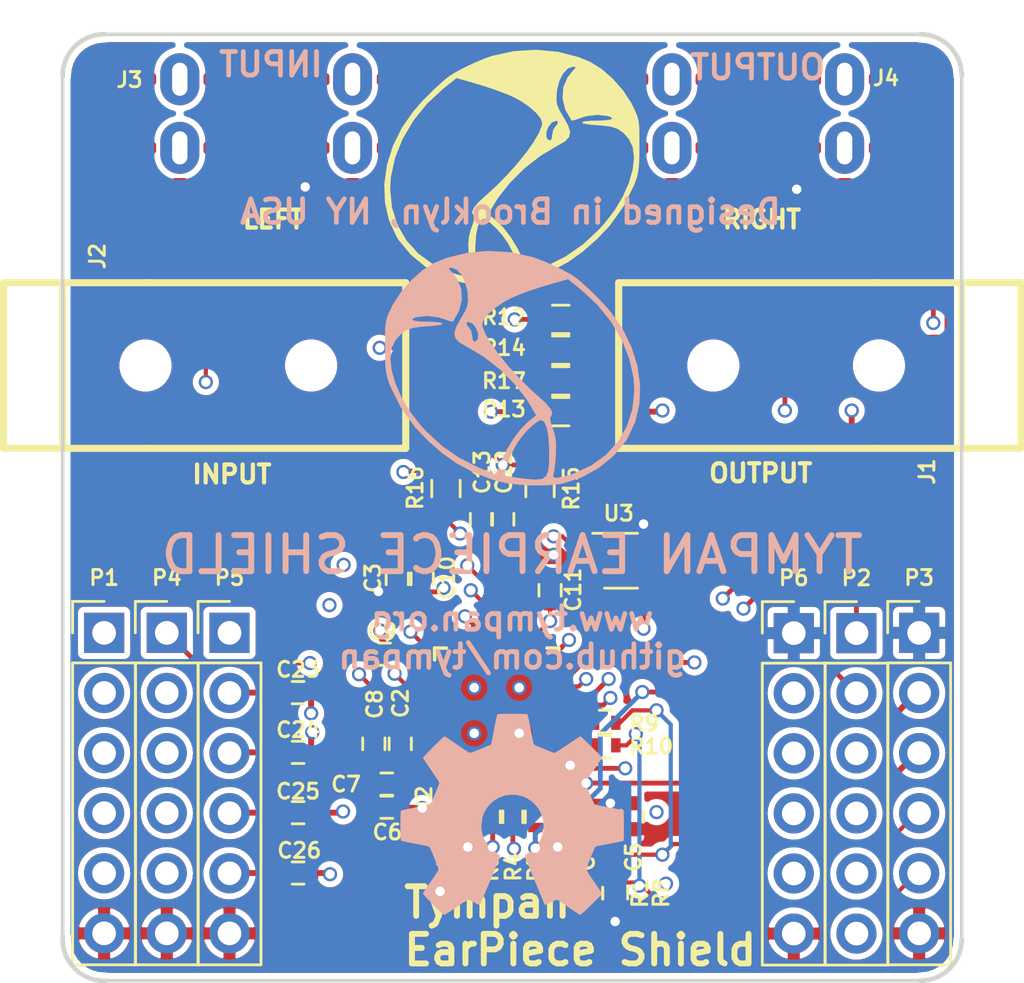
<source format=kicad_pcb>
(kicad_pcb (version 20171130) (host pcbnew "(5.1.4-0-10_14)")
  (title_block (title "Tympan Rev D") (date 3/19/18) (company "Solutiosn Design & Prototyping, LLC"))
  (layers (0 F.Cu signal) (1 In1.Cu power hide) (2 In2.Cu mixed hide) (31 B.Cu signal hide) (34 B.Paste user) (35 F.Paste user) (36 B.SilkS user hide) (37 F.SilkS user) (38 B.Mask user) (39 F.Mask user) (44 Edge.Cuts user))
  (net 0 "")
  (net 1 GND)
  (net 2 +3V3)
  (net 3 "Net-(C2-Pad1)")
  (net 4 "Net-(C2-Pad2)")
  (net 5 +1V8)
  (net 6 "Net-(C8-Pad1)")
  (net 7 "Net-(C11-Pad1)")
  (net 8 /MICDET)
  (net 9 /BCLK)
  (net 10 /MCLK)
  (net 11 /WCLK)
  (net 12 "Net-(R2-Pad2)")
  (net 13 "Net-(R3-Pad2)")
  (net 14 "Net-(R4-Pad2)")
  (net 15 "Net-(R5-Pad2)")
  (net 16 "Net-(R6-Pad2)")
  (net 17 "Net-(R7-Pad2)")
  (net 18 "Net-(R9-Pad2)")
  (net 19 "Net-(R10-Pad2)")
  (net 20 /MICBIAS)
  (net 21 "Net-(U2-Pad4)")
  (net 22 "Net-(C23-Pad2)")
  (net 23 "Net-(C24-Pad2)")
  (net 24 "Net-(C25-Pad2)")
  (net 25 "Net-(C26-Pad2)")
  (net 26 /SS_2)
  (net 27 /SCK_2)
  (net 28 /MISO_2)
  (net 29 /MOSI_2)
  (net 30 "Net-(C12-Pad2)")
  (net 31 "Net-(C13-Pad2)")
  (net 32 /nRESET_1)
  (net 33 /DIN_1)
  (net 34 /DOUT_1)
  (net 35 /SDA2)
  (net 36 /SCL2)
  (net 37 /M_BIAS_1)
  (net 38 /IN2_L_1)
  (net 39 /IN2_R_1)
  (net 40 /IN1_R_1)
  (net 41 /IN1_L_1)
  (net 42 /LOL_1)
  (net 43 /LOR_1)
  (net 44 /LOR)
  (net 45 /LOL)
  (net 46 /IN1_L)
  (net 47 /IN1_R)
  (net 48 /PDM_DAT)
  (net 49 /PDM_CLK)
  (net 50 /PDM_CLK1)
  (net 51 /PDM_DAT1)
  (net 52 /IN3_L)
  (net 53 /IN3_R)
  (net 54 /HPL_1)
  (net 55 /HPR_1)
  (net 56 "Net-(R12-Pad1)")
  (net 57 "Net-(R13-Pad1)")
  (net 58 "Net-(R16-Pad1)")
  (module Tympan:USB_MINI_MOLEX_51387-0578 (layer F.Cu) (at 123.45 51.28)
    (fp_text reference J3 (at -5.775 -2.875) (layer F.SilkS) (effects (font (size 0.635 0.635) (thickness 0.127))))
    (fp_text value USB_B_Mini)
    (pad 6 thru_hole oval (at -3.65 0) (size 1.65 2.2) (drill oval 0.65 1.4) (layers *.Cu *.Mask) (net 1 GND))
    (pad 5 smd rect (at -1.6 0) (size 0.5 1.6) (layers F.Cu F.Paste F.Mask) (net 1 GND))
    (pad 4 smd rect (at -0.8 0) (size 0.5 1.6) (layers F.Cu F.Paste F.Mask) (net 54 /HPL_1))
    (pad 3 smd rect (at 0 0) (size 0.5 1.6) (layers F.Cu F.Paste F.Mask) (net 50 /PDM_CLK1))
    (pad 2 smd rect (at 0.8 0) (size 0.5 1.6) (layers F.Cu F.Paste F.Mask) (net 51 /PDM_DAT1))
    (pad 1 smd rect (at 1.6 0) (size 0.5 1.6) (layers F.Cu F.Paste F.Mask) (net 2 +3V3))
    (pad 6 thru_hole oval (at 3.65 0) (size 1.65 2.2) (drill oval 0.65 1.4) (layers *.Cu *.Mask) (net 1 GND))
    (pad 6 thru_hole oval (at -3.65 -2.9) (size 1.65 2.2) (drill oval 0.65 1.4) (layers *.Cu *.Mask) (net 1 GND))
    (pad 6 thru_hole oval (at 3.65 -2.9) (size 1.65 2.2) (drill oval 0.65 1.4) (layers *.Cu *.Mask) (net 1 GND))
  )
  (module Tympan:USB_MINI_MOLEX_51387-0578 (layer F.Cu) (at 144.25 51.28)
    (fp_text reference J4 (at 5.4 -2.95) (layer F.SilkS) (effects (font (size 0.635 0.635) (thickness 0.127))))
    (fp_text value USB_B_Mini)
    (pad 6 thru_hole oval (at -3.65 0) (size 1.65 2.2) (drill oval 0.65 1.4) (layers *.Cu *.Mask) (net 1 GND))
    (pad 5 smd rect (at -1.6 0) (size 0.5 1.6) (layers F.Cu F.Paste F.Mask) (net 1 GND))
    (pad 4 smd rect (at -0.8 0) (size 0.5 1.6) (layers F.Cu F.Paste F.Mask) (net 55 /HPR_1))
    (pad 3 smd rect (at 0 0) (size 0.5 1.6) (layers F.Cu F.Paste F.Mask) (net 49 /PDM_CLK))
    (pad 2 smd rect (at 0.8 0) (size 0.5 1.6) (layers F.Cu F.Paste F.Mask) (net 48 /PDM_DAT))
    (pad 1 smd rect (at 1.6 0) (size 0.5 1.6) (layers F.Cu F.Paste F.Mask) (net 2 +3V3))
    (pad 6 thru_hole oval (at 3.65 0) (size 1.65 2.2) (drill oval 0.65 1.4) (layers *.Cu *.Mask) (net 1 GND))
    (pad 6 thru_hole oval (at -3.65 -2.9) (size 1.65 2.2) (drill oval 0.65 1.4) (layers *.Cu *.Mask) (net 1 GND))
    (pad 6 thru_hole oval (at 3.65 -2.9) (size 1.65 2.2) (drill oval 0.65 1.4) (layers *.Cu *.Mask) (net 1 GND))
  )
  (module Tympan:SJ-3523-SMT-TR (layer F.Cu) (at 149.35 60.48 180)
    (fp_text reference J1 (at -2.032 -4.4831 90) (layer F.SilkS) (effects (font (size 0.635 0.635) (thickness 0.127))))
    (fp_text value Tympan_SJ-3523-SMT-TR)
    (pad 2 smd rect (at 8.3 4.2 180) (size 2.8 2.8) (layers F.Cu F.Paste F.Mask) (net 54 /HPL_1))
    (pad 3 smd rect (at 0.9 -4.2 180) (size 2.2 2.8) (layers F.Cu F.Paste F.Mask) (net 55 /HPR_1))
    (pad "" np_thru_hole circle (at 7 0 180) (size 1.7 1.7) (drill 1.7) (layers *.Cu *.Mask))
    (pad "" np_thru_hole circle (at 0 0 180) (size 1.7 1.7) (drill 1.7) (layers *.Cu *.Mask))
    (pad 1 smd rect (at -1.1 4.2 180) (size 2.2 2.8) (layers F.Cu F.Paste F.Mask) (net 1 GND))
  )
  (module Graphics:Tympan_LOGO (layer F.Cu) (at 133.85 52.08)
    (fp_text reference G*** hide)
    (fp_text value LOGO hide)
  )
  (module Capacitors_SMD:C_0402 (layer F.Cu) (at 124.8 74.305 180)
    (fp_text reference C23 (at 0 0.975) (layer F.SilkS) (effects (font (size 0.635 0.635) (thickness 0.127))))
    (fp_text value 2.2uF)
    (pad 1 smd rect (at -0.55 0 180) (size 0.6 0.5) (layers F.Cu F.Paste F.Mask) (net 40 /IN1_R_1))
    (pad 2 smd rect (at 0.55 0 180) (size 0.6 0.5) (layers F.Cu F.Paste F.Mask) (net 22 "Net-(C23-Pad2)"))
  )
  (module Capacitors_SMD:C_0603 (layer F.Cu) (at 135.9 58.53)
    (fp_text reference R12 (at -2.4 -0.1) (layer F.SilkS) (effects (font (size 0.635 0.635) (thickness 0.127))))
    (fp_text value 0)
    (pad 1 smd rect (at -0.75 0) (size 0.8 0.75) (layers F.Cu F.Paste F.Mask) (net 56 "Net-(R12-Pad1)"))
    (pad 2 smd rect (at 0.75 0) (size 0.8 0.75) (layers F.Cu F.Paste F.Mask) (net 54 /HPL_1))
  )
  (module Capacitors_SMD:C_0603 (layer F.Cu) (at 135.9 62.43)
    (fp_text reference R13 (at -2.4 -0.1) (layer F.SilkS) (effects (font (size 0.635 0.635) (thickness 0.127))))
    (fp_text value 0)
    (pad 1 smd rect (at -0.75 0) (size 0.8 0.75) (layers F.Cu F.Paste F.Mask) (net 57 "Net-(R13-Pad1)"))
    (pad 2 smd rect (at 0.75 0) (size 0.8 0.75) (layers F.Cu F.Paste F.Mask) (net 55 /HPR_1))
  )
  (module Capacitors_SMD:C_0603 (layer F.Cu) (at 135.9 59.83 180)
    (fp_text reference R14 (at 2.4 0.1 180) (layer F.SilkS) (effects (font (size 0.635 0.635) (thickness 0.127))))
    (fp_text value DNP)
    (pad 1 smd rect (at -0.75 0 180) (size 0.8 0.75) (layers F.Cu F.Paste F.Mask) (net 54 /HPL_1))
    (pad 2 smd rect (at 0.75 0 180) (size 0.8 0.75) (layers F.Cu F.Paste F.Mask) (net 1 GND))
  )
  (module Capacitors_SMD:C_0603 (layer F.Cu) (at 135.025 65.68 90)
    (fp_text reference R15 (at 0 1.325 90) (layer F.SilkS) (effects (font (size 0.635 0.635) (thickness 0.127))))
    (fp_text value 2.2K)
    (pad 1 smd rect (at -0.75 0 90) (size 0.8 0.75) (layers F.Cu F.Paste F.Mask) (net 20 /MICBIAS))
    (pad 2 smd rect (at 0.75 0 90) (size 0.8 0.75) (layers F.Cu F.Paste F.Mask) (net 30 "Net-(C12-Pad2)"))
  )
  (module Capacitors_SMD:C_0603 (layer F.Cu) (at 131.05 65.68 90)
    (fp_text reference R16 (at 0.025 -1.3 270) (layer F.SilkS) (effects (font (size 0.635 0.635) (thickness 0.127))))
    (fp_text value 2.2K)
    (pad 1 smd rect (at -0.75 0 90) (size 0.8 0.75) (layers F.Cu F.Paste F.Mask) (net 58 "Net-(R16-Pad1)"))
    (pad 2 smd rect (at 0.75 0 90) (size 0.8 0.75) (layers F.Cu F.Paste F.Mask) (net 31 "Net-(C13-Pad2)"))
  )
  (module Capacitors_SMD:C_0603 (layer F.Cu) (at 135.9 61.13 180)
    (fp_text reference R17 (at 2.4 0 180) (layer F.SilkS) (effects (font (size 0.635 0.635) (thickness 0.127))))
    (fp_text value DNP)
    (pad 1 smd rect (at -0.75 0 180) (size 0.8 0.75) (layers F.Cu F.Paste F.Mask) (net 55 /HPR_1))
    (pad 2 smd rect (at 0.75 0 180) (size 0.8 0.75) (layers F.Cu F.Paste F.Mask) (net 1 GND))
  )
  (module Housings_DFN_QFN:UQFN-40-1EP_5x5mm_Pitch0.4mm (layer F.Cu) (at 133.1946 75.047 90)
    (fp_text reference U2 (at -3.833 -3.0696 90) (layer F.SilkS) (effects (font (size 0.635 0.635) (thickness 0.127))))
    (fp_text value TLV320AIC3206IRSBT)
    (pad 1 smd rect (at -2.5 -1.8 90) (size 0.75 0.2) (layers F.Cu F.Paste F.Mask) (net 1 GND))
    (pad 2 smd rect (at -2.5 -1.4 90) (size 0.75 0.2) (layers F.Cu F.Paste F.Mask) (net 1 GND))
    (pad 3 smd rect (at -2.5 -1 90) (size 0.75 0.2) (layers F.Cu F.Paste F.Mask) (net 12 "Net-(R2-Pad2)"))
    (pad 4 smd rect (at -2.5 -0.6 90) (size 0.75 0.2) (layers F.Cu F.Paste F.Mask) (net 21 "Net-(U2-Pad4)"))
    (pad 5 smd rect (at -2.5 -0.2 90) (size 0.75 0.2) (layers F.Cu F.Paste F.Mask) (net 17 "Net-(R7-Pad2)"))
    (pad 6 smd rect (at -2.5 0.2 90) (size 0.75 0.2) (layers F.Cu F.Paste F.Mask) (net 13 "Net-(R3-Pad2)"))
    (pad 7 smd rect (at -2.5 0.6 90) (size 0.75 0.2) (layers F.Cu F.Paste F.Mask) (net 14 "Net-(R4-Pad2)"))
    (pad 8 smd rect (at -2.5 1 90) (size 0.75 0.2) (layers F.Cu F.Paste F.Mask) (net 15 "Net-(R5-Pad2)"))
    (pad 9 smd rect (at -2.5 1.4 90) (size 0.75 0.2) (layers F.Cu F.Paste F.Mask) (net 16 "Net-(R6-Pad2)"))
    (pad 10 smd rect (at -2.5 1.8 90) (size 0.75 0.2) (layers F.Cu F.Paste F.Mask) (net 2 +3V3))
    (pad 11 smd rect (at -1.8 2.5 180) (size 0.75 0.2) (layers F.Cu F.Paste F.Mask) (net 1 GND))
    (pad 12 smd rect (at -1.4 2.5 180) (size 0.75 0.2) (layers F.Cu F.Paste F.Mask) (net 50 /PDM_CLK1))
    (pad 13 smd rect (at -1 2.5 180) (size 0.75 0.2) (layers F.Cu F.Paste F.Mask) (net 19 "Net-(R10-Pad2)"))
    (pad 14 smd rect (at -0.6 2.5 180) (size 0.75 0.2) (layers F.Cu F.Paste F.Mask) (net 18 "Net-(R9-Pad2)"))
    (pad 15 smd rect (at -0.2 2.5 180) (size 0.75 0.2) (layers F.Cu F.Paste F.Mask) (net 51 /PDM_DAT1))
    (pad 16 smd rect (at 0.2 2.5 180) (size 0.75 0.2) (layers F.Cu F.Paste F.Mask) (net 1 GND))
    (pad 17 smd rect (at 0.6 2.5 180) (size 0.75 0.2) (layers F.Cu F.Paste F.Mask) (net 41 /IN1_L_1))
    (pad 18 smd rect (at 1 2.5 180) (size 0.75 0.2) (layers F.Cu F.Paste F.Mask) (net 40 /IN1_R_1))
    (pad 19 smd rect (at 1.4 2.5 180) (size 0.75 0.2) (layers F.Cu F.Paste F.Mask) (net 38 /IN2_L_1))
    (pad 20 smd rect (at 1.8 2.5 180) (size 0.75 0.2) (layers F.Cu F.Paste F.Mask) (net 39 /IN2_R_1))
    (pad 21 smd rect (at 2.5 1.8 90) (size 0.75 0.2) (layers F.Cu F.Paste F.Mask) (net 1 GND))
    (pad 22 smd rect (at 2.5 1.4 90) (size 0.75 0.2) (layers F.Cu F.Paste F.Mask) (net 7 "Net-(C11-Pad1)"))
    (pad 23 smd rect (at 2.5 1 90) (size 0.75 0.2) (layers F.Cu F.Paste F.Mask) (net 20 /MICBIAS))
    (pad 24 smd rect (at 2.5 0.6 90) (size 0.75 0.2) (layers F.Cu F.Paste F.Mask) (net 52 /IN3_L))
    (pad 25 smd rect (at 2.5 0.2 90) (size 0.75 0.2) (layers F.Cu F.Paste F.Mask) (net 53 /IN3_R))
    (pad 26 smd rect (at 2.5 -0.2 90) (size 0.75 0.2) (layers F.Cu F.Paste F.Mask) (net 42 /LOL_1))
    (pad 27 smd rect (at 2.5 -0.6 90) (size 0.75 0.2) (layers F.Cu F.Paste F.Mask) (net 43 /LOR_1))
    (pad 28 smd rect (at 2.5 -1 90) (size 0.75 0.2) (layers F.Cu F.Paste F.Mask) (net 1 GND))
    (pad 29 smd rect (at 2.5 -1.4 90) (size 0.75 0.2) (layers F.Cu F.Paste F.Mask) (net 5 +1V8))
    (pad 30 smd rect (at 2.5 -1.8 90) (size 0.75 0.2) (layers F.Cu F.Paste F.Mask) (net 2 +3V3))
    (pad 31 smd rect (at 1.8 -2.5 180) (size 0.75 0.2) (layers F.Cu F.Paste F.Mask) (net 56 "Net-(R12-Pad1)"))
    (pad 32 smd rect (at 1.4 -2.5 180) (size 0.75 0.2) (layers F.Cu F.Paste F.Mask) (net 5 +1V8))
    (pad 33 smd rect (at 1 -2.5 180) (size 0.75 0.2) (layers F.Cu F.Paste F.Mask) (net 57 "Net-(R13-Pad1)"))
    (pad 34 smd rect (at 0.6 -2.5 180) (size 0.75 0.2) (layers F.Cu F.Paste F.Mask) (net 8 /MICDET))
    (pad 35 smd rect (at 0.2 -2.5 180) (size 0.75 0.2) (layers F.Cu F.Paste F.Mask) (net 6 "Net-(C8-Pad1)"))
    (pad 36 smd rect (at -0.2 -2.5 180) (size 0.75 0.2) (layers F.Cu F.Paste F.Mask) (net 3 "Net-(C2-Pad1)"))
    (pad 37 smd rect (at -0.6 -2.5 180) (size 0.75 0.2) (layers F.Cu F.Paste F.Mask) (net 1 GND))
    (pad 38 smd rect (at -1 -2.5 180) (size 0.75 0.2) (layers F.Cu F.Paste F.Mask) (net 4 "Net-(C2-Pad2)"))
    (pad 39 smd rect (at -1.4 -2.5 180) (size 0.75 0.2) (layers F.Cu F.Paste F.Mask) (net 5 +1V8))
    (pad 40 smd rect (at -1.8 -2.5 180) (size 0.75 0.2) (layers F.Cu F.Paste F.Mask) (net 5 +1V8))
    (pad 41 smd rect (at 0.95 0.95 90) (size 1.9 1.9) (layers F.Cu F.Paste F.Mask) (net 1 GND))
    (pad 41 smd rect (at 0.95 -0.95 90) (size 1.9 1.9) (layers F.Cu F.Paste F.Mask) (net 1 GND))
    (pad 41 smd rect (at -0.95 0.95 90) (size 1.9 1.9) (layers F.Cu F.Paste F.Mask) (net 1 GND))
    (pad 41 smd rect (at -0.95 -0.95 90) (size 1.9 1.9) (layers F.Cu F.Paste F.Mask) (net 1 GND))
  )
  (module Tympan:SJ-3524-SMT-TR (layer F.Cu) (at 118.35 60.48)
    (fp_text reference J2 (at -2.032 -4.6228 -270) (layer F.SilkS) (effects (font (size 0.635 0.635) (thickness 0.127))))
    (fp_text value Tympan_SJ-3524-SMT-TR-PI)
    (pad 4 smd rect (at 12.2 -0.75) (size 2.8 2.8) (layers F.Cu F.Paste F.Mask) (net 8 /MICDET))
    (pad 2 smd rect (at 8.3 4.2) (size 2.8 2.8) (layers F.Cu F.Paste F.Mask) (net 30 "Net-(C12-Pad2)"))
    (pad 3 smd rect (at 0.9 -4.2) (size 2.2 2.8) (layers F.Cu F.Paste F.Mask) (net 31 "Net-(C13-Pad2)"))
    (pad "" np_thru_hole circle (at 7 0) (size 1.7 1.7) (drill 1.7) (layers *.Cu *.Mask))
    (pad "" np_thru_hole circle (at 0 0) (size 1.7 1.7) (drill 1.7) (layers *.Cu *.Mask))
    (pad 1 smd rect (at -1.1 4.2) (size 2.2 2.8) (layers F.Cu F.Paste F.Mask) (net 1 GND))
  )
  (module Capacitors_SMD:C_0402 (layer F.Cu) (at 129.1179 76.4694 270)
    (fp_text reference C2 (at -1.7145 -0.0127 270) (layer F.SilkS) (effects (font (size 0.635 0.635) (thickness 0.127))))
    (fp_text value 2.2uF)
    (pad 1 smd rect (at -0.55 0 270) (size 0.6 0.5) (layers F.Cu F.Paste F.Mask) (net 3 "Net-(C2-Pad1)"))
    (pad 2 smd rect (at 0.55 0 270) (size 0.6 0.5) (layers F.Cu F.Paste F.Mask) (net 4 "Net-(C2-Pad2)"))
  )
  (module Capacitors_SMD:C_0402 (layer F.Cu) (at 128.9909 69.4971 270)
    (fp_text reference C3 (at -0.0381 1.0287 270) (layer F.SilkS) (effects (font (size 0.635 0.635) (thickness 0.127))))
    (fp_text value 0.1uF)
    (pad 1 smd rect (at -0.55 0 270) (size 0.6 0.5) (layers F.Cu F.Paste F.Mask) (net 1 GND))
    (pad 2 smd rect (at 0.55 0 270) (size 0.6 0.5) (layers F.Cu F.Paste F.Mask) (net 2 +3V3))
  )
  (module Capacitors_SMD:C_0402 (layer F.Cu) (at 137 79.53 90)
    (fp_text reference C4 (at -1.7 0 90) (layer F.SilkS) (effects (font (size 0.635 0.635) (thickness 0.127))))
    (fp_text value 10uF)
    (pad 1 smd rect (at -0.55 0 90) (size 0.6 0.5) (layers F.Cu F.Paste F.Mask) (net 1 GND))
    (pad 2 smd rect (at 0.55 0 90) (size 0.6 0.5) (layers F.Cu F.Paste F.Mask) (net 2 +3V3))
  )
  (module Capacitors_SMD:C_0402 (layer F.Cu) (at 138.925 79.53 90)
    (fp_text reference C5 (at -1.725 0.05 90) (layer F.SilkS) (effects (font (size 0.635 0.635) (thickness 0.127))))
    (fp_text value 0.1uF)
    (pad 1 smd rect (at -0.55 0 90) (size 0.6 0.5) (layers F.Cu F.Paste F.Mask) (net 1 GND))
    (pad 2 smd rect (at 0.55 0 90) (size 0.6 0.5) (layers F.Cu F.Paste F.Mask) (net 2 +3V3))
  )
  (module Capacitors_SMD:C_0402 (layer F.Cu) (at 128.5464 79.1491 180)
    (fp_text reference C6 (at -0.0286 -1.0559 180) (layer F.SilkS) (effects (font (size 0.635 0.635) (thickness 0.127))))
    (fp_text value 10uF)
    (pad 1 smd rect (at -0.55 0 180) (size 0.6 0.5) (layers F.Cu F.Paste F.Mask) (net 5 +1V8))
    (pad 2 smd rect (at 0.55 0 180) (size 0.6 0.5) (layers F.Cu F.Paste F.Mask) (net 1 GND))
  )
  (module Capacitors_SMD:C_0402 (layer F.Cu) (at 128.5464 78.1712 180)
    (fp_text reference C7 (at 1.7214 -0.0088 180) (layer F.SilkS) (effects (font (size 0.635 0.635) (thickness 0.127))))
    (fp_text value 0.1uF)
    (pad 1 smd rect (at -0.55 0 180) (size 0.6 0.5) (layers F.Cu F.Paste F.Mask) (net 5 +1V8))
    (pad 2 smd rect (at 0.55 0 180) (size 0.6 0.5) (layers F.Cu F.Paste F.Mask) (net 1 GND))
  )
  (module Capacitors_SMD:C_0402 (layer F.Cu) (at 128.0003 76.4694 270)
    (fp_text reference C8 (at -1.6764 -0.0381 270) (layer F.SilkS) (effects (font (size 0.635 0.635) (thickness 0.127))))
    (fp_text value 2.2uF)
    (pad 1 smd rect (at -0.55 0 270) (size 0.6 0.5) (layers F.Cu F.Paste F.Mask) (net 6 "Net-(C8-Pad1)"))
    (pad 2 smd rect (at 0.55 0 270) (size 0.6 0.5) (layers F.Cu F.Paste F.Mask) (net 1 GND))
  )
  (module Capacitors_SMD:C_0402 (layer F.Cu) (at 128.45 72.68 180)
    (fp_text reference C9 (at 0.1 0.95 180) (layer F.SilkS) (effects (font (size 0.635 0.635) (thickness 0.127))))
    (fp_text value 1uF)
    (pad 1 smd rect (at -0.55 0 180) (size 0.6 0.5) (layers F.Cu F.Paste F.Mask) (net 5 +1V8))
    (pad 2 smd rect (at 0.55 0 180) (size 0.6 0.5) (layers F.Cu F.Paste F.Mask) (net 1 GND))
  )
  (module Capacitors_SMD:C_0402 (layer F.Cu) (at 130.045 69.4971 90)
    (fp_text reference C10 (at 0.0381 1.0414 90) (layer F.SilkS) (effects (font (size 0.635 0.635) (thickness 0.127))))
    (fp_text value 0.1uF)
    (pad 1 smd rect (at -0.55 0 90) (size 0.6 0.5) (layers F.Cu F.Paste F.Mask) (net 5 +1V8))
    (pad 2 smd rect (at 0.55 0 90) (size 0.6 0.5) (layers F.Cu F.Paste F.Mask) (net 1 GND))
  )
  (module Capacitors_SMD:C_0402 (layer F.Cu) (at 135.45 69.98 270)
    (fp_text reference C11 (at -0.025 -0.975 270) (layer F.SilkS) (effects (font (size 0.635 0.635) (thickness 0.127))))
    (fp_text value 10uF)
    (pad 1 smd rect (at -0.55 0 270) (size 0.6 0.5) (layers F.Cu F.Paste F.Mask) (net 7 "Net-(C11-Pad1)"))
    (pad 2 smd rect (at 0.55 0 270) (size 0.6 0.5) (layers F.Cu F.Paste F.Mask) (net 1 GND))
  )
  (module Capacitors_SMD:C_0402 (layer F.Cu) (at 133.45 66.98 90)
    (fp_text reference C12 (at 1.9945 0.0471 270) (layer F.SilkS) (effects (font (size 0.635 0.635) (thickness 0.127))))
    (fp_text value 0.1uF)
    (pad 1 smd rect (at -0.55 0 90) (size 0.6 0.5) (layers F.Cu F.Paste F.Mask) (net 52 /IN3_L))
    (pad 2 smd rect (at 0.55 0 90) (size 0.6 0.5) (layers F.Cu F.Paste F.Mask) (net 30 "Net-(C12-Pad2)"))
  )
  (module Capacitors_SMD:C_0402 (layer F.Cu) (at 132.55 66.98 90)
    (fp_text reference C13 (at 1.9945 0.0278 270) (layer F.SilkS) (effects (font (size 0.635 0.635) (thickness 0.127))))
    (fp_text value 0.1uF)
    (pad 1 smd rect (at -0.55 0 90) (size 0.6 0.5) (layers F.Cu F.Paste F.Mask) (net 53 /IN3_R))
    (pad 2 smd rect (at 0.55 0 90) (size 0.6 0.5) (layers F.Cu F.Paste F.Mask) (net 31 "Net-(C13-Pad2)"))
  )
  (module Capacitors_SMD:C_0402 (layer F.Cu) (at 124.8 76.83 180)
    (fp_text reference C24 (at 0 0.95 180) (layer F.SilkS) (effects (font (size 0.635 0.635) (thickness 0.127))))
    (fp_text value 2.2uF)
    (pad 1 smd rect (at -0.55 0 180) (size 0.6 0.5) (layers F.Cu F.Paste F.Mask) (net 41 /IN1_L_1))
    (pad 2 smd rect (at 0.55 0 180) (size 0.6 0.5) (layers F.Cu F.Paste F.Mask) (net 23 "Net-(C24-Pad2)"))
  )
  (module Capacitors_SMD:C_0402 (layer F.Cu) (at 124.8 79.38 180)
    (fp_text reference C25 (at 0 0.9 180) (layer F.SilkS) (effects (font (size 0.635 0.635) (thickness 0.127))))
    (fp_text value 2.2uF)
    (pad 1 smd rect (at -0.55 0 180) (size 0.6 0.5) (layers F.Cu F.Paste F.Mask) (net 42 /LOL_1))
    (pad 2 smd rect (at 0.55 0 180) (size 0.6 0.5) (layers F.Cu F.Paste F.Mask) (net 24 "Net-(C25-Pad2)"))
  )
  (module Capacitors_SMD:C_0402 (layer F.Cu) (at 124.8 81.93 180)
    (fp_text reference C26 (at -0.05 0.95 180) (layer F.SilkS) (effects (font (size 0.635 0.635) (thickness 0.127))))
    (fp_text value 2.2uF)
    (pad 1 smd rect (at -0.55 0 180) (size 0.6 0.5) (layers F.Cu F.Paste F.Mask) (net 43 /LOR_1))
    (pad 2 smd rect (at 0.55 0 180) (size 0.6 0.5) (layers F.Cu F.Paste F.Mask) (net 25 "Net-(C26-Pad2)"))
  )
  (module Pin_Headers:Pin_Header_Straight_1x06_Pitch2.54mm (layer F.Cu) (at 151.05 71.78)
    (fp_text reference P3 (at 0 -2.33) (layer F.SilkS) (effects (font (size 0.635 0.635) (thickness 0.127))))
    (fp_text value CONN_01X06)
    (pad 1 thru_hole rect (at 0 0) (size 1.7 1.7) (drill 1) (layers *.Cu *.Mask) (net 2 +3V3))
    (pad 2 thru_hole oval (at 0 2.54) (size 1.7 1.7) (drill 1) (layers *.Cu *.Mask) (net 34 /DOUT_1))
    (pad 3 thru_hole oval (at 0 5.08) (size 1.7 1.7) (drill 1) (layers *.Cu *.Mask) (net 33 /DIN_1))
    (pad 4 thru_hole oval (at 0 7.62) (size 1.7 1.7) (drill 1) (layers *.Cu *.Mask) (net 35 /SDA2))
    (pad 5 thru_hole oval (at 0 10.16) (size 1.7 1.7) (drill 1) (layers *.Cu *.Mask) (net 36 /SCL2))
    (pad 6 thru_hole oval (at 0 12.7) (size 1.7 1.7) (drill 1) (layers *.Cu *.Mask) (net 1 GND))
  )
  (module Pin_Headers:Pin_Header_Straight_1x06_Pitch2.54mm (layer F.Cu) (at 119.25 71.78)
    (fp_text reference P4 (at 0 -2.33) (layer F.SilkS) (effects (font (size 0.635 0.635) (thickness 0.127))))
    (fp_text value CONN_01X06)
    (pad 1 thru_hole rect (at 0 0) (size 1.7 1.7) (drill 1) (layers *.Cu *.Mask) (net 37 /M_BIAS_1))
    (pad 2 thru_hole oval (at 0 2.54) (size 1.7 1.7) (drill 1) (layers *.Cu *.Mask) (net 10 /MCLK))
    (pad 3 thru_hole oval (at 0 5.08) (size 1.7 1.7) (drill 1) (layers *.Cu *.Mask) (net 9 /BCLK))
    (pad 4 thru_hole oval (at 0 7.62) (size 1.7 1.7) (drill 1) (layers *.Cu *.Mask) (net 11 /WCLK))
    (pad 5 thru_hole oval (at 0 10.16) (size 1.7 1.7) (drill 1) (layers *.Cu *.Mask) (net 32 /nRESET_1))
    (pad 6 thru_hole oval (at 0 12.7) (size 1.7 1.7) (drill 1) (layers *.Cu *.Mask) (net 1 GND))
  )
  (module Pin_Headers:Pin_Header_Straight_1x06_Pitch2.54mm (layer F.Cu) (at 121.9 71.78)
    (fp_text reference P5 (at 0 -2.33) (layer F.SilkS) (effects (font (size 0.635 0.635) (thickness 0.127))))
    (fp_text value CONN_01X06)
    (pad 1 thru_hole rect (at 0 0) (size 1.7 1.7) (drill 1) (layers *.Cu *.Mask) (net 5 +1V8))
    (pad 2 thru_hole oval (at 0 2.54) (size 1.7 1.7) (drill 1) (layers *.Cu *.Mask) (net 22 "Net-(C23-Pad2)"))
    (pad 3 thru_hole oval (at 0 5.08) (size 1.7 1.7) (drill 1) (layers *.Cu *.Mask) (net 23 "Net-(C24-Pad2)"))
    (pad 4 thru_hole oval (at 0 7.62) (size 1.7 1.7) (drill 1) (layers *.Cu *.Mask) (net 24 "Net-(C25-Pad2)"))
    (pad 5 thru_hole oval (at 0 10.16) (size 1.7 1.7) (drill 1) (layers *.Cu *.Mask) (net 25 "Net-(C26-Pad2)"))
    (pad 6 thru_hole oval (at 0 12.7) (size 1.7 1.7) (drill 1) (layers *.Cu *.Mask) (net 1 GND))
  )
  (module Pin_Headers:Pin_Header_Straight_1x06_Pitch2.54mm (layer F.Cu) (at 148.4 71.79)
    (fp_text reference P2 (at 0 -2.33) (layer F.SilkS) (effects (font (size 0.635 0.635) (thickness 0.127))))
    (fp_text value CONN_01X06)
    (pad 1 thru_hole rect (at 0 0) (size 1.7 1.7) (drill 1) (layers *.Cu *.Mask) (net 48 /PDM_DAT))
    (pad 2 thru_hole oval (at 0 2.54) (size 1.7 1.7) (drill 1) (layers *.Cu *.Mask) (net 49 /PDM_CLK))
    (pad 3 thru_hole oval (at 0 5.08) (size 1.7 1.7) (drill 1) (layers *.Cu *.Mask) (net 28 /MISO_2))
    (pad 4 thru_hole oval (at 0 7.62) (size 1.7 1.7) (drill 1) (layers *.Cu *.Mask) (net 29 /MOSI_2))
    (pad 5 thru_hole oval (at 0 10.16) (size 1.7 1.7) (drill 1) (layers *.Cu *.Mask) (net 27 /SCK_2))
    (pad 6 thru_hole oval (at 0 12.7) (size 1.7 1.7) (drill 1) (layers *.Cu *.Mask) (net 26 /SS_2))
  )
  (module Pin_Headers:Pin_Header_Straight_1x06_Pitch2.54mm (layer F.Cu) (at 116.6 71.78)
    (fp_text reference P1 (at 0 -2.33) (layer F.SilkS) (effects (font (size 0.635 0.635) (thickness 0.127))))
    (fp_text value CONN_01X06)
    (pad 6 thru_hole oval (at 0 12.7) (size 1.7 1.7) (drill 1) (layers *.Cu *.Mask) (net 1 GND))
    (pad 5 thru_hole oval (at 0 10.16) (size 1.7 1.7) (drill 1) (layers *.Cu *.Mask) (net 44 /LOR))
    (pad 4 thru_hole oval (at 0 7.62) (size 1.7 1.7) (drill 1) (layers *.Cu *.Mask) (net 45 /LOL))
    (pad 3 thru_hole oval (at 0 5.08) (size 1.7 1.7) (drill 1) (layers *.Cu *.Mask) (net 46 /IN1_L))
    (pad 2 thru_hole oval (at 0 2.54) (size 1.7 1.7) (drill 1) (layers *.Cu *.Mask) (net 47 /IN1_R))
    (pad 1 thru_hole rect (at 0 0) (size 1.7 1.7) (drill 1) (layers *.Cu *.Mask) (net 5 +1V8))
  )
  (module Graphics:Tympan_LOGO (layer B.Cu) (at 133.85 60.58 180)
    (fp_text reference G*** hide)
    (fp_text value LOGO hide)
  )
  (module Graphics:oshwa-logo-gear (layer B.Cu) (at 133.85 79.48 180)
    (fp_text reference G*** hide)
    (fp_text value LOGO hide)
  )
  (module Resistors_SMD:R_0402 (layer F.Cu) (at 131.025 79.555 90)
    (fp_text reference R2 (at -1.525 0.025 90) (layer F.SilkS) (effects (font (size 0.635 0.635) (thickness 0.127))))
    (fp_text value 33R)
    (pad 2 smd rect (at 0.45 0 90) (size 0.4 0.6) (layers F.Cu F.Paste F.Mask) (net 12 "Net-(R2-Pad2)"))
    (pad 1 smd rect (at -0.45 0 90) (size 0.4 0.6) (layers F.Cu F.Paste F.Mask) (net 32 /nRESET_1))
  )
  (module Resistors_SMD:R_0402 (layer F.Cu) (at 132.925 79.555 90)
    (fp_text reference R3 (at -2.125 0 90) (layer F.SilkS) (effects (font (size 0.635 0.635) (thickness 0.127))))
    (fp_text value 33R)
    (pad 1 smd rect (at -0.45 0 90) (size 0.4 0.6) (layers F.Cu F.Paste F.Mask) (net 9 /BCLK))
    (pad 2 smd rect (at 0.45 0 90) (size 0.4 0.6) (layers F.Cu F.Paste F.Mask) (net 13 "Net-(R3-Pad2)"))
  )
  (module Resistors_SMD:R_0402 (layer F.Cu) (at 133.875 79.555 90)
    (fp_text reference R4 (at -2.1126 0.02 90) (layer F.SilkS) (effects (font (size 0.635 0.635) (thickness 0.127))))
    (fp_text value 33R)
    (pad 2 smd rect (at 0.45 0 90) (size 0.4 0.6) (layers F.Cu F.Paste F.Mask) (net 14 "Net-(R4-Pad2)"))
    (pad 1 smd rect (at -0.45 0 90) (size 0.4 0.6) (layers F.Cu F.Paste F.Mask) (net 11 /WCLK))
  )
  (module Resistors_SMD:R_0402 (layer F.Cu) (at 134.825 79.555 90)
    (fp_text reference R5 (at -2.125 0.025 90) (layer F.SilkS) (effects (font (size 0.635 0.635) (thickness 0.127))))
    (fp_text value 33R)
    (pad 1 smd rect (at -0.45 0 90) (size 0.4 0.6) (layers F.Cu F.Paste F.Mask) (net 33 /DIN_1))
    (pad 2 smd rect (at 0.45 0 90) (size 0.4 0.6) (layers F.Cu F.Paste F.Mask) (net 15 "Net-(R5-Pad2)"))
  )
  (module Resistors_SMD:R_0402 (layer F.Cu) (at 135.775 79.555 90)
    (fp_text reference R6 (at -2.125 0.075 90) (layer F.SilkS) (effects (font (size 0.635 0.635) (thickness 0.127))))
    (fp_text value 33R)
    (pad 2 smd rect (at 0.45 0 90) (size 0.4 0.6) (layers F.Cu F.Paste F.Mask) (net 16 "Net-(R6-Pad2)"))
    (pad 1 smd rect (at -0.45 0 90) (size 0.4 0.6) (layers F.Cu F.Paste F.Mask) (net 34 /DOUT_1))
  )
  (module Resistors_SMD:R_0402 (layer F.Cu) (at 131.975 79.555 90)
    (fp_text reference R7 (at -2.125 0.075 90) (layer F.SilkS) (effects (font (size 0.635 0.635) (thickness 0.127))))
    (fp_text value 33R)
    (pad 1 smd rect (at -0.45 0 90) (size 0.4 0.6) (layers F.Cu F.Paste F.Mask) (net 10 /MCLK))
    (pad 2 smd rect (at 0.45 0 90) (size 0.4 0.6) (layers F.Cu F.Paste F.Mask) (net 17 "Net-(R7-Pad2)"))
  )
  (module Resistors_SMD:R_0402 (layer F.Cu) (at 137.7793 75.58 180)
    (fp_text reference R9 (at -1.6457 -0.025 180) (layer F.SilkS) (effects (font (size 0.635 0.635) (thickness 0.127))))
    (fp_text value 33R)
    (pad 2 smd rect (at 0.45 0 180) (size 0.4 0.6) (layers F.Cu F.Paste F.Mask) (net 18 "Net-(R9-Pad2)"))
    (pad 1 smd rect (at -0.45 0 180) (size 0.4 0.6) (layers F.Cu F.Paste F.Mask) (net 35 /SDA2))
  )
  (module Resistors_SMD:R_0402 (layer F.Cu) (at 137.7793 76.5329 180)
    (fp_text reference R10 (at -1.9457 -0.0471 180) (layer F.SilkS) (effects (font (size 0.635 0.635) (thickness 0.127))))
    (fp_text value 33R)
    (pad 1 smd rect (at -0.45 0 180) (size 0.4 0.6) (layers F.Cu F.Paste F.Mask) (net 36 /SCL2))
    (pad 2 smd rect (at 0.45 0 180) (size 0.4 0.6) (layers F.Cu F.Paste F.Mask) (net 19 "Net-(R10-Pad2)"))
  )
  (module Resistors_SMD:R_0402 (layer F.Cu) (at 137.15 82.78 270)
    (fp_text reference R1 (at 0 -2.1 270) (layer F.SilkS) (effects (font (size 0.635 0.635) (thickness 0.127))))
    (fp_text value 4K7)
    (pad 2 smd rect (at 0.45 0 270) (size 0.4 0.6) (layers F.Cu F.Paste F.Mask) (net 2 +3V3))
    (pad 1 smd rect (at -0.45 0 270) (size 0.4 0.6) (layers F.Cu F.Paste F.Mask) (net 35 /SDA2))
  )
  (module Resistors_SMD:R_0402 (layer F.Cu) (at 138.2 82.78 90)
    (fp_text reference R8 (at 0 1.95 90) (layer F.SilkS) (effects (font (size 0.635 0.635) (thickness 0.127))))
    (fp_text value 4K7)
    (pad 1 smd rect (at -0.45 0 90) (size 0.4 0.6) (layers F.Cu F.Paste F.Mask) (net 2 +3V3))
    (pad 2 smd rect (at 0.45 0 90) (size 0.4 0.6) (layers F.Cu F.Paste F.Mask) (net 36 /SCL2))
  )
  (module Pin_Headers:Pin_Header_Straight_1x06_Pitch2.54mm (layer F.Cu) (at 145.75 71.79)
    (fp_text reference P6 (at 0 -2.33) (layer F.SilkS) (effects (font (size 0.635 0.635) (thickness 0.127))))
    (fp_text value CONN_01X06)
    (pad 6 thru_hole oval (at 0 12.7) (size 1.7 1.7) (drill 1) (layers *.Cu *.Mask) (net 1 GND))
    (pad 5 thru_hole oval (at 0 10.16) (size 1.7 1.7) (drill 1) (layers *.Cu *.Mask) (net 50 /PDM_CLK1))
    (pad 4 thru_hole oval (at 0 7.62) (size 1.7 1.7) (drill 1) (layers *.Cu *.Mask) (net 51 /PDM_DAT1))
    (pad 3 thru_hole oval (at 0 5.08) (size 1.7 1.7) (drill 1) (layers *.Cu *.Mask) (net 39 /IN2_R_1))
    (pad 2 thru_hole oval (at 0 2.54) (size 1.7 1.7) (drill 1) (layers *.Cu *.Mask) (net 38 /IN2_L_1))
    (pad 1 thru_hole rect (at 0 0) (size 1.7 1.7) (drill 1) (layers *.Cu *.Mask) (net 2 +3V3))
  )
  (module Package_TO_SOT_SMD:SOT-353_SC-70-5 (layer F.Cu) (at 138.45 68.73)
    (fp_text reference U3 (at -0.1 -2) (layer F.SilkS) (effects (font (size 0.635 0.635) (thickness 0.127))))
    (fp_text value 74LVC1G66)
    (pad 1 smd rect (at -0.95 -0.65) (size 0.65 0.4) (layers F.Cu F.Paste F.Mask) (net 20 /MICBIAS))
    (pad 3 smd rect (at -0.95 0.65) (size 0.65 0.4) (layers F.Cu F.Paste F.Mask) (net 1 GND))
    (pad 2 smd rect (at -0.95 0) (size 0.65 0.4) (layers F.Cu F.Paste F.Mask) (net 58 "Net-(R16-Pad1)"))
    (pad 4 smd rect (at 0.95 0.65) (size 0.65 0.4) (layers F.Cu F.Paste F.Mask) (net 37 /M_BIAS_1))
    (pad 5 smd rect (at 0.95 -0.65) (size 0.65 0.4) (layers F.Cu F.Paste F.Mask) (net 2 +3V3))
  )
  (gr_text RIGHT (at 144.4 54.305) (layer F.SilkS) (effects (font (size 0.762 0.762) (thickness 0.1778))))
  (gr_text LEFT (at 123.75 54.305) (layer F.SilkS) (effects (font (size 0.762 0.762) (thickness 0.1778))))
  (gr_text "Tympan\nEarPiece Shield" (at 129.15 84.18) (layer F.SilkS) (effects (font (size 1.25 1.25) (thickness 0.25)) (justify left)))
  (gr_text INPUT (at 123.65 47.755) (layer B.SilkS) (effects (font (size 1 1) (thickness 0.2)) (justify mirror)))
  (gr_text OUTPUT (at 144.225 47.88) (layer B.SilkS) (effects (font (size 1 1) (thickness 0.2)) (justify mirror)))
  (gr_arc (start 116.600536 48.229993) (end 116.650536 46.479993) (angle -92.455011) (layer Edge.Cuts) (width 0.2))
  (gr_arc (start 151.1 48.23) (end 152.85 48.23) (angle -90) (layer Edge.Cuts) (width 0.2))
  (gr_arc (start 151.1 84.73) (end 151.1 86.48) (angle -90) (layer Edge.Cuts) (width 0.2))
  (gr_arc (start 116.6 84.73) (end 114.85 84.605) (angle -95.72216304) (layer Edge.Cuts) (width 0.2))
  (gr_line (start 116.625 86.48) (end 151.075 86.48) (angle 90) (layer Edge.Cuts) (width 0.15))
  (gr_text "www.tympan.org\ngithub.com/tympan" (at 133.85 71.98) (layer B.SilkS) (effects (font (size 1 1) (thickness 0.2)) (justify mirror)))
  (gr_text "Designed in Brooklyn, NY USA" (at 133.775 53.98) (layer B.SilkS) (effects (font (size 1 1) (thickness 0.2)) (justify mirror)))
  (gr_line (start 114.85 48.255) (end 114.85 84.73) (angle 90) (layer Edge.Cuts) (width 0.15))
  (gr_line (start 151.075 46.48) (end 116.625 46.48) (angle 90) (layer Edge.Cuts) (width 0.15))
  (gr_line (start 152.85 84.705) (end 152.85 48.255) (angle 90) (layer Edge.Cuts) (width 0.15))
  (gr_text "TYMPAN EARPIECE SHIELD" (at 133.85 68.48) (layer B.SilkS) (effects (font (size 1.524 1.524) (thickness 0.25)) (justify mirror)))
  (gr_text INPUT (at 122 65.08) (layer F.SilkS) (effects (font (size 0.762 0.762) (thickness 0.1778))))
  (gr_text OUTPUT (at 144.35 65.03) (layer F.SilkS) (effects (font (size 0.762 0.762) (thickness 0.1778))))
  (segment (start 132.1946 71.4246) (end 132.1946 72.547) (width 0.1778) (layer F.Cu) (net 1))
  (via (at 131.85 71.08) (size 0.6) (drill 0.4) (layers F.Cu B.Cu) (net 1))
  (segment (start 132.1946 71.4246) (end 131.85 71.08) (width 0.1778) (layer F.Cu) (net 1))
  (segment (start 134.9946 72.547) (end 134.9946 71.9854) (width 0.1778) (layer F.Cu) (net 1))
  (segment (start 132.1946 74.047) (end 132.2446 74.097) (width 0.1778) (layer F.Cu) (net 1))
  (via (at 134.1446 74.097) (size 0.6) (drill 0.4) (layers F.Cu B.Cu) (net 1))
  (segment (start 134.1446 74.097) (end 134.1471 74.0945) (width 0.1778) (layer B.Cu) (net 1))
  (via (at 132.2446 74.097) (size 0.6) (drill 0.4) (layers F.Cu B.Cu) (net 1))
  (segment (start 132.2446 74.097) (end 132.2421 74.0945) (width 0.1778) (layer B.Cu) (net 1))
  (segment (start 128.0003 77.0194) (end 128.0003 78.1673) (width 0.1778) (layer F.Cu) (net 1))
  (segment (start 128.0003 78.1673) (end 127.9964 78.1712) (width 0.1778) (layer F.Cu) (net 1))
  (segment (start 130.045 68.9471) (end 128.9909 68.9471) (width 0.1778) (layer F.Cu) (net 1))
  (segment (start 127.9964 79.1491) (end 127.9964 78.1712) (width 0.1778) (layer F.Cu) (net 1))
  (segment (start 131.3946 77.547) (end 131.7946 77.547) (width 0.1778) (layer F.Cu) (net 1))
  (segment (start 135.6946 74.847) (end 134.8946 74.847) (width 0.1778) (layer F.Cu) (net 1))
  (segment (start 134.8946 74.847) (end 134.1446 74.097) (width 0.1778) (layer F.Cu) (net 1))
  (segment (start 135.4718 70.5004) (end 135.4552 70.517) (width 0.1778) (layer F.Cu) (net 1))
  (via (at 135.45 71.279992) (size 0.6) (drill 0.4) (layers F.Cu B.Cu) (net 1))
  (segment (start 134.9946 72.547) (end 134.9946 71.735392) (width 0.1778) (layer F.Cu) (net 1))
  (segment (start 134.9946 71.735392) (end 135.150001 71.579991) (width 0.1778) (layer F.Cu) (net 1))
  (segment (start 135.150001 71.579991) (end 135.45 71.279992) (width 0.1778) (layer F.Cu) (net 1))
  (segment (start 135.45 71.279992) (end 135.45 70.53) (width 0.1778) (layer F.Cu) (net 1))
  (segment (start 131.944601 76.323909) (end 132.2446 76.02391) (width 0.1778) (layer F.Cu) (net 1))
  (via (at 132.2446 76.02391) (size 0.6) (drill 0.4) (layers F.Cu B.Cu) (net 1))
  (segment (start 131.86769 75.647) (end 131.944601 75.723911) (width 0.1778) (layer F.Cu) (net 1))
  (segment (start 131.3946 76.87391) (end 131.944601 76.323909) (width 0.1778) (layer F.Cu) (net 1))
  (segment (start 132.2446 76.002) (end 132.2446 76.02391) (width 0.1778) (layer B.Cu) (net 1))
  (segment (start 134.1446 74.097) (end 134.1446 76.02391) (width 0.1778) (layer F.Cu) (net 1))
  (via (at 134.1446 76.02391) (size 0.6) (drill 0.4) (layers F.Cu B.Cu) (net 1))
  (segment (start 131.3946 77.547) (end 131.3946 76.87391) (width 0.1778) (layer F.Cu) (net 1))
  (segment (start 134.96769 76.847) (end 134.444599 76.323909) (width 0.1778) (layer F.Cu) (net 1))
  (segment (start 134.1471 75.9995) (end 134.1446 76.002) (width 0.1778) (layer B.Cu) (net 1))
  (segment (start 131.944601 75.723911) (end 132.2446 76.02391) (width 0.1778) (layer F.Cu) (net 1))
  (segment (start 134.1446 76.002) (end 134.1446 76.02391) (width 0.1778) (layer B.Cu) (net 1))
  (segment (start 135.6946 76.847) (end 134.96769 76.847) (width 0.1778) (layer F.Cu) (net 1))
  (segment (start 131.7946 77.547) (end 131.7946 76.47391) (width 0.1778) (layer F.Cu) (net 1))
  (segment (start 134.444599 76.323909) (end 134.1446 76.02391) (width 0.1778) (layer F.Cu) (net 1))
  (segment (start 132.2421 75.9995) (end 132.2446 76.002) (width 0.1778) (layer B.Cu) (net 1))
  (segment (start 132.2446 74.097) (end 132.2446 76.02391) (width 0.1778) (layer F.Cu) (net 1))
  (segment (start 131.7946 76.47391) (end 131.944601 76.323909) (width 0.1778) (layer F.Cu) (net 1))
  (segment (start 130.6946 75.647) (end 131.86769 75.647) (width 0.1778) (layer F.Cu) (net 1))
  (via (at 135.6 68.48) (size 0.6) (drill 0.4) (layers F.Cu B.Cu) (net 1))
  (segment (start 135.95 68.48) (end 135.6 68.48) (width 0.1778) (layer F.Cu) (net 1))
  (segment (start 136.85 69.38) (end 135.95 68.48) (width 0.1778) (layer F.Cu) (net 1))
  (segment (start 137.5 69.38) (end 136.85 69.38) (width 0.1778) (layer F.Cu) (net 1))
  (via (at 151.65 58.68) (size 0.6) (drill 0.4) (layers F.Cu B.Cu) (net 1))
  (segment (start 151.65 58.68) (end 151.65 57.655) (width 0.2032) (layer F.Cu) (net 1))
  (segment (start 151.65 57.655) (end 150.45 56.455) (width 0.2032) (layer F.Cu) (net 1))
  (segment (start 127.125 48.405) (end 127 48.28) (width 0.2032) (layer B.Cu) (net 1))
  (segment (start 134.9946 77.547) (end 134.9946 77.8083) (width 0.1778) (layer F.Cu) (net 2))
  (segment (start 134.9946 77.547) (end 134.9946 77.694) (width 0.1778) (layer F.Cu) (net 2))
  (via (at 139.4 67.180002) (size 0.6) (drill 0.4) (layers F.Cu B.Cu) (net 2))
  (segment (start 139.4 68.08) (end 139.4 67.180002) (width 0.1778) (layer F.Cu) (net 2))
  (segment (start 131.3946 72.547) (end 128.9909 70.1433) (width 0.1778) (layer F.Cu) (net 2))
  (segment (start 128.9909 70.1433) (end 128.9909 70.0471) (width 0.1778) (layer F.Cu) (net 2))
  (segment (start 128.9909 70.0471) (end 128.9743 70.0305) (width 0.381) (layer F.Cu) (net 2))
  (via (at 128.193903 70.03) (size 0.6) (drill 0.4) (layers F.Cu B.Cu) (net 2))
  (segment (start 128.211003 70.0471) (end 128.193903 70.03) (width 0.25) (layer F.Cu) (net 2))
  (segment (start 128.9909 70.0471) (end 128.211003 70.0471) (width 0.25) (layer F.Cu) (net 2))
  (segment (start 137.15 83.23) (end 138.2 83.23) (width 0.2032) (layer F.Cu) (net 2))
  (segment (start 137 78.98) (end 136.85 78.98) (width 0.2032) (layer F.Cu) (net 2))
  (segment (start 135.417 77.547) (end 134.9946 77.547) (width 0.2032) (layer F.Cu) (net 2))
  (segment (start 136.85 78.98) (end 135.417 77.547) (width 0.2032) (layer F.Cu) (net 2))
  (via (at 138 78.98) (size 0.6) (drill 0.4) (layers F.Cu B.Cu) (net 2))
  (segment (start 138.925 78.98) (end 138 78.98) (width 0.381) (layer F.Cu) (net 2))
  (segment (start 137 78.98) (end 138 78.98) (width 0.381) (layer F.Cu) (net 2))
  (via (at 138.2 83.980002) (size 0.6) (drill 0.4) (layers F.Cu B.Cu) (net 2))
  (segment (start 138.2 83.23) (end 138.2 83.980002) (width 0.2032) (layer F.Cu) (net 2))
  (via (at 125.1 52.93) (size 0.6) (drill 0.4) (layers F.Cu B.Cu) (net 2))
  (segment (start 125.05 51.28) (end 125.05 52.88) (width 0.25) (layer F.Cu) (net 2))
  (segment (start 125.05 52.88) (end 125.1 52.93) (width 0.25) (layer F.Cu) (net 2))
  (via (at 145.875002 53.03) (size 0.6) (drill 0.4) (layers F.Cu B.Cu) (net 2))
  (segment (start 145.85 53.004998) (end 145.875002 53.03) (width 0.25) (layer F.Cu) (net 2))
  (segment (start 145.85 51.28) (end 145.85 53.004998) (width 0.25) (layer F.Cu) (net 2))
  (segment (start 130.6946 75.247) (end 130.1879 75.247) (width 0.1778) (layer F.Cu) (net 3))
  (segment (start 129.5155 75.9194) (end 129.1179 75.9194) (width 0.1778) (layer F.Cu) (net 3))
  (segment (start 130.1879 75.247) (end 129.5155 75.9194) (width 0.1778) (layer F.Cu) (net 3))
  (segment (start 129.168 75.8693) (end 129.1179 75.9194) (width 0.1778) (layer F.Cu) (net 3))
  (segment (start 130.6946 76.047) (end 130.1753 76.047) (width 0.1778) (layer F.Cu) (net 4))
  (segment (start 129.5458 77.0194) (end 129.1179 77.0194) (width 0.1778) (layer F.Cu) (net 4))
  (segment (start 129.8164 76.7488) (end 129.5458 77.0194) (width 0.1778) (layer F.Cu) (net 4))
  (segment (start 129.8164 76.4059) (end 129.8164 76.7488) (width 0.1778) (layer F.Cu) (net 4))
  (segment (start 130.1753 76.047) (end 129.8164 76.4059) (width 0.1778) (layer F.Cu) (net 4))
  (segment (start 130.045 70.0471) (end 130.7829 70.0471) (width 0.2032) (layer F.Cu) (net 5))
  (via (at 130.95 69.88) (size 0.6) (drill 0.4) (layers F.Cu B.Cu) (net 5))
  (segment (start 130.7829 70.0471) (end 130.95 69.88) (width 0.2032) (layer F.Cu) (net 5))
  (segment (start 130.6946 73.647) (end 129.967 73.647) (width 0.1778) (layer F.Cu) (net 5))
  (segment (start 129.967 73.647) (end 129 72.68) (width 0.1778) (layer F.Cu) (net 5))
  (segment (start 129.0964 79.1491) (end 129.0417 79.2038) (width 0.381) (layer F.Cu) (net 5))
  (segment (start 129.0964 79.1491) (end 129.0964 78.1712) (width 0.2032) (layer F.Cu) (net 5))
  (segment (start 130.6946 76.847) (end 130.4167 76.847) (width 0.1778) (layer F.Cu) (net 5))
  (segment (start 130.4167 76.847) (end 129.8164 77.4473) (width 0.1778) (layer F.Cu) (net 5))
  (segment (start 129.4735 78.1712) (end 129.0964 78.1712) (width 0.1778) (layer F.Cu) (net 5))
  (segment (start 129.8164 77.8283) (end 129.4735 78.1712) (width 0.1778) (layer F.Cu) (net 5))
  (segment (start 129.8164 77.4473) (end 129.8164 77.8283) (width 0.1778) (layer F.Cu) (net 5))
  (segment (start 131.7946 72.547) (end 131.7946 72.0595) (width 0.1778) (layer F.Cu) (net 5))
  (segment (start 131.7946 72.0595) (end 130.045 70.3099) (width 0.1778) (layer F.Cu) (net 5))
  (segment (start 130.045 70.3099) (end 130.045 70.0471) (width 0.1778) (layer F.Cu) (net 5))
  (segment (start 129 72.68) (end 129.0596 72.6204) (width 0.2032) (layer F.Cu) (net 5))
  (segment (start 130.6946 76.447) (end 130.6946 76.847) (width 0.1778) (layer F.Cu) (net 5))
  (via (at 130.050042 79.18) (size 0.6) (drill 0.4) (layers F.Cu B.Cu) (net 5))
  (segment (start 129.0964 79.1491) (end 130.019142 79.1491) (width 0.2032) (layer F.Cu) (net 5))
  (segment (start 130.019142 79.1491) (end 130.050042 79.18) (width 0.2032) (layer F.Cu) (net 5))
  (via (at 128.275 71.679994) (size 0.6) (drill 0.4) (layers F.Cu B.Cu) (net 5))
  (segment (start 128.95 72.68) (end 128.275 72.005) (width 0.2032) (layer F.Cu) (net 5))
  (segment (start 128.275 72.005) (end 128.275 71.679994) (width 0.2032) (layer F.Cu) (net 5))
  (segment (start 129 72.68) (end 128.95 72.68) (width 0.2032) (layer F.Cu) (net 5))
  (segment (start 130.6946 74.847) (end 130.053608 74.847) (width 0.1778) (layer F.Cu) (net 6))
  (segment (start 128.0003 75.5042) (end 128.0003 75.9194) (width 0.1778) (layer F.Cu) (net 6))
  (segment (start 128.2289 75.2756) (end 128.0003 75.5042) (width 0.1778) (layer F.Cu) (net 6))
  (segment (start 129.625008 75.2756) (end 128.2289 75.2756) (width 0.1778) (layer F.Cu) (net 6))
  (segment (start 130.053608 74.847) (end 129.625008 75.2756) (width 0.1778) (layer F.Cu) (net 6))
  (segment (start 134.5946 72.547) (end 134.5946 69.8354) (width 0.2032) (layer F.Cu) (net 7))
  (segment (start 135 69.43) (end 135.45 69.43) (width 0.2032) (layer F.Cu) (net 7))
  (segment (start 134.5946 69.8354) (end 135 69.43) (width 0.2032) (layer F.Cu) (net 7))
  (via (at 128.25 59.73) (size 0.6) (drill 0.4) (layers F.Cu B.Cu) (net 8))
  (segment (start 128.25 59.73) (end 130.5 59.73) (width 0.1778) (layer F.Cu) (net 8))
  (via (at 127.375001 73.53) (size 0.6) (drill 0.4) (layers F.Cu B.Cu) (net 8))
  (segment (start 130.6946 74.447) (end 128.292001 74.447) (width 0.1778) (layer F.Cu) (net 8))
  (segment (start 128.292001 74.447) (end 127.675 73.829999) (width 0.1778) (layer F.Cu) (net 8))
  (segment (start 127.675 73.829999) (end 127.375001 73.53) (width 0.1778) (layer F.Cu) (net 8))
  (via (at 133.025 80.83) (size 0.6) (drill 0.4) (layers F.Cu B.Cu) (net 9))
  (segment (start 133.025 80.105) (end 132.925 80.005) (width 0.2032) (layer F.Cu) (net 9))
  (segment (start 133.025 80.83) (end 133.025 80.105) (width 0.2032) (layer F.Cu) (net 9))
  (via (at 131.975 80.83) (size 0.6) (drill 0.4) (layers F.Cu B.Cu) (net 10))
  (segment (start 131.975 80.83) (end 131.975 80.0318) (width 0.2032) (layer F.Cu) (net 10))
  (via (at 133.925 80.905) (size 0.6) (drill 0.4) (layers F.Cu B.Cu) (net 11))
  (segment (start 133.875 80.855) (end 133.875 80.005) (width 0.2032) (layer F.Cu) (net 11))
  (segment (start 133.925 80.905) (end 133.875 80.855) (width 0.2032) (layer F.Cu) (net 11))
  (segment (start 131.025 78.705) (end 131.025 79.105) (width 0.1778) (layer F.Cu) (net 12))
  (segment (start 131.3 78.43) (end 131.025 78.705) (width 0.1778) (layer F.Cu) (net 12))
  (segment (start 132.1946 78.0104) (end 131.775 78.43) (width 0.1778) (layer F.Cu) (net 12))
  (segment (start 131.775 78.43) (end 131.3 78.43) (width 0.1778) (layer F.Cu) (net 12))
  (segment (start 132.1946 77.547) (end 132.1946 78.0104) (width 0.1778) (layer F.Cu) (net 12))
  (segment (start 132.925 78.705) (end 132.925 79.105) (width 0.1778) (layer F.Cu) (net 13))
  (segment (start 133.3946 78.2354) (end 132.925 78.705) (width 0.1778) (layer F.Cu) (net 13))
  (segment (start 133.3946 77.547) (end 133.3946 78.2354) (width 0.1778) (layer F.Cu) (net 13))
  (segment (start 133.7946 79.0246) (end 133.875 79.105) (width 0.1778) (layer F.Cu) (net 14))
  (segment (start 133.7946 77.547) (end 133.7946 79.0246) (width 0.1778) (layer F.Cu) (net 14))
  (segment (start 134.825 78.955) (end 134.825 79.105) (width 0.1778) (layer F.Cu) (net 15))
  (segment (start 134.1946 78.3246) (end 134.825 78.955) (width 0.1778) (layer F.Cu) (net 15))
  (segment (start 134.1946 77.547) (end 134.1946 78.3246) (width 0.1778) (layer F.Cu) (net 15))
  (segment (start 135.775 78.755) (end 135.775 79.105) (width 0.1778) (layer F.Cu) (net 16))
  (segment (start 135.4 78.38) (end 135.775 78.755) (width 0.1778) (layer F.Cu) (net 16))
  (segment (start 134.8512 78.38) (end 135.4 78.38) (width 0.1778) (layer F.Cu) (net 16))
  (segment (start 134.5946 78.1234) (end 134.8512 78.38) (width 0.1778) (layer F.Cu) (net 16))
  (segment (start 134.5946 77.547) (end 134.5946 78.1234) (width 0.1778) (layer F.Cu) (net 16))
  (segment (start 132.3 78.505) (end 131.975 78.83) (width 0.1778) (layer F.Cu) (net 17))
  (segment (start 132.525 78.505) (end 132.3 78.505) (width 0.1778) (layer F.Cu) (net 17))
  (segment (start 131.975 78.83) (end 131.975 79.105) (width 0.1778) (layer F.Cu) (net 17))
  (segment (start 132.9946 78.0354) (end 132.525 78.505) (width 0.1778) (layer F.Cu) (net 17))
  (segment (start 132.9946 77.547) (end 132.9946 78.0354) (width 0.1778) (layer F.Cu) (net 17))
  (segment (start 137.3293 75.58) (end 137.43 75.58) (width 0.1778) (layer F.Cu) (net 18))
  (segment (start 137.2623 75.647) (end 137.3293 75.58) (width 0.1778) (layer F.Cu) (net 18))
  (segment (start 135.6946 75.647) (end 137.2623 75.647) (width 0.1778) (layer F.Cu) (net 18))
  (segment (start 137.1189 76.5329) (end 137.3293 76.5329) (width 0.1778) (layer F.Cu) (net 19))
  (segment (start 136.633 76.047) (end 137.1189 76.5329) (width 0.1778) (layer F.Cu) (net 19))
  (segment (start 135.6946 76.047) (end 136.633 76.047) (width 0.1778) (layer F.Cu) (net 19))
  (segment (start 134.1946 68.3708) (end 134.1946 72.547) (width 0.1778) (layer F.Cu) (net 20))
  (segment (start 134.1946 67.5604) (end 134.1946 68.3708) (width 0.1778) (layer F.Cu) (net 20))
  (segment (start 134.1946 67.5604) (end 134.1946 67.3354) (width 0.1778) (layer F.Cu) (net 20))
  (segment (start 134.1946 67.3354) (end 135.05 66.48) (width 0.1778) (layer F.Cu) (net 20))
  (segment (start 137.5 67.7022) (end 136.2778 66.48) (width 0.1778) (layer F.Cu) (net 20))
  (segment (start 137.5 68.08) (end 137.5 67.7022) (width 0.1778) (layer F.Cu) (net 20))
  (segment (start 136.2778 66.48) (end 135.05 66.48) (width 0.1778) (layer F.Cu) (net 20))
  (segment (start 121.915 74.305) (end 121.9 74.32) (width 0.25) (layer F.Cu) (net 22))
  (segment (start 124.25 74.305) (end 121.915 74.305) (width 0.25) (layer F.Cu) (net 22))
  (segment (start 121.93 76.83) (end 121.9 76.86) (width 0.25) (layer F.Cu) (net 23))
  (segment (start 124.25 76.83) (end 121.93 76.83) (width 0.25) (layer F.Cu) (net 23))
  (segment (start 121.92 79.38) (end 121.9 79.4) (width 0.25) (layer F.Cu) (net 24))
  (segment (start 124.25 79.38) (end 121.92 79.38) (width 0.25) (layer F.Cu) (net 24))
  (segment (start 121.91 81.93) (end 121.9 81.94) (width 0.25) (layer F.Cu) (net 25))
  (segment (start 124.25 81.93) (end 121.91 81.93) (width 0.25) (layer F.Cu) (net 25))
  (via (at 133.449998 64.68) (size 0.6) (drill 0.4) (layers F.Cu B.Cu) (net 30))
  (segment (start 133.45 66.38) (end 133.449998 66.379998) (width 0.1778) (layer F.Cu) (net 30))
  (segment (start 133.449998 65.104264) (end 133.449998 64.68) (width 0.1778) (layer F.Cu) (net 30))
  (segment (start 133.449998 66.379998) (end 133.449998 65.104264) (width 0.1778) (layer F.Cu) (net 30))
  (segment (start 134.75 64.68) (end 133.449998 64.68) (width 0.2032) (layer F.Cu) (net 30))
  (segment (start 135 64.93) (end 134.75 64.68) (width 0.2032) (layer F.Cu) (net 30))
  (segment (start 127.75 63.73) (end 126.75 64.73) (width 0.25) (layer F.Cu) (net 30))
  (segment (start 132.5 63.73) (end 127.75 63.73) (width 0.1778) (layer F.Cu) (net 30))
  (segment (start 133.449998 64.679998) (end 132.5 63.73) (width 0.1778) (layer F.Cu) (net 30))
  (segment (start 133.449998 64.68) (end 133.449998 64.679998) (width 0.25) (layer F.Cu) (net 30))
  (segment (start 132.55 65.8772) (end 132.55 65.9522) (width 0.1778) (layer F.Cu) (net 31))
  (segment (start 131.6028 64.93) (end 132.55 65.8772) (width 0.1778) (layer F.Cu) (net 31))
  (segment (start 131.05 64.93) (end 131.6028 64.93) (width 0.1778) (layer F.Cu) (net 31))
  (segment (start 132.55 65.9522) (end 132.55 66.38) (width 0.1778) (layer F.Cu) (net 31))
  (via (at 129.25 64.98) (size 0.6) (drill 0.4) (layers F.Cu B.Cu) (net 31))
  (segment (start 129.3 64.93) (end 129.25 64.98) (width 0.1778) (layer F.Cu) (net 31))
  (segment (start 131.05 64.93) (end 129.3 64.93) (width 0.1778) (layer F.Cu) (net 31))
  (via (at 120.9 61.18) (size 0.6) (drill 0.4) (layers F.Cu B.Cu) (net 31))
  (segment (start 119.25 56.53) (end 120.9 58.18) (width 0.1778) (layer F.Cu) (net 31))
  (segment (start 120.9 58.18) (end 120.9 61.18) (width 0.1778) (layer F.Cu) (net 31))
  (segment (start 119.25 56.28) (end 119.25 56.53) (width 0.1778) (layer F.Cu) (net 31))
  (via (at 130.8 82.705) (size 0.6) (drill 0.4) (layers F.Cu B.Cu) (net 32))
  (segment (start 131.025 82.48) (end 130.8 82.705) (width 0.25) (layer F.Cu) (net 32))
  (segment (start 131.025 80.005) (end 131.025 82.48) (width 0.25) (layer F.Cu) (net 32))
  (segment (start 150.200001 77.609999) (end 151.05 76.76) (width 0.25) (layer F.Cu) (net 33))
  (via (at 134.825 80.88) (size 0.6) (drill 0.4) (layers F.Cu B.Cu) (net 33))
  (segment (start 134.825 80.005) (end 134.825 80.88) (width 0.2032) (layer F.Cu) (net 33))
  (segment (start 137.399264 78.13) (end 136.975 78.13) (width 0.2032) (layer F.Cu) (net 33))
  (segment (start 149.68 78.13) (end 137.399264 78.13) (width 0.2032) (layer F.Cu) (net 33))
  (segment (start 134.825 80.28) (end 136.675001 78.429999) (width 0.2032) (layer B.Cu) (net 33))
  (segment (start 150.200001 77.609999) (end 149.68 78.13) (width 0.2032) (layer F.Cu) (net 33))
  (segment (start 136.675001 78.429999) (end 136.975 78.13) (width 0.2032) (layer B.Cu) (net 33))
  (segment (start 134.825 80.88) (end 134.825 80.28) (width 0.2032) (layer B.Cu) (net 33))
  (via (at 136.975 78.13) (size 0.6) (drill 0.4) (layers F.Cu B.Cu) (net 33))
  (segment (start 150.200001 75.069999) (end 151.05 74.22) (width 0.25) (layer F.Cu) (net 34))
  (via (at 135.775 80.83) (size 0.6) (drill 0.4) (layers F.Cu B.Cu) (net 34))
  (segment (start 135.775 80.005) (end 135.775 80.83) (width 0.2032) (layer F.Cu) (net 34))
  (segment (start 140.65 74.28) (end 139.774264 74.28) (width 0.2032) (layer F.Cu) (net 34))
  (via (at 139.35 74.28) (size 0.6) (drill 0.4) (layers F.Cu B.Cu) (net 34))
  (segment (start 150.200001 75.069999) (end 149.69 75.58) (width 0.2032) (layer F.Cu) (net 34))
  (segment (start 141.95 75.58) (end 140.65 74.28) (width 0.2032) (layer F.Cu) (net 34))
  (segment (start 149.69 75.58) (end 141.95 75.58) (width 0.2032) (layer F.Cu) (net 34))
  (segment (start 139.774264 74.28) (end 139.35 74.28) (width 0.2032) (layer F.Cu) (net 34))
  (segment (start 135.775 80.155) (end 137.575 78.355) (width 0.2032) (layer B.Cu) (net 34))
  (segment (start 135.775 80.83) (end 135.775 80.155) (width 0.2032) (layer B.Cu) (net 34))
  (segment (start 137.575 78.355) (end 137.575 76.055) (width 0.2032) (layer B.Cu) (net 34))
  (segment (start 137.575 76.055) (end 139.050001 74.579999) (width 0.2032) (layer B.Cu) (net 34))
  (segment (start 139.050001 74.579999) (end 139.35 74.28) (width 0.2032) (layer B.Cu) (net 34))
  (segment (start 138.2293 75.58) (end 138.3043 75.655) (width 0.1778) (layer F.Cu) (net 35))
  (segment (start 137.15 82.33) (end 137.25 82.33) (width 0.1778) (layer F.Cu) (net 35))
  (segment (start 139.775736 81.155) (end 140.2 81.155) (width 0.1778) (layer F.Cu) (net 35))
  (segment (start 137.25 82.33) (end 138.425 81.155) (width 0.1778) (layer F.Cu) (net 35))
  (segment (start 138.425 81.155) (end 139.775736 81.155) (width 0.1778) (layer F.Cu) (net 35))
  (via (at 140.2 81.155) (size 0.6) (drill 0.4) (layers F.Cu B.Cu) (net 35))
  (segment (start 140.499999 80.855001) (end 140.2 81.155) (width 0.1778) (layer F.Cu) (net 35))
  (segment (start 149.645 80.705) (end 140.65 80.705) (width 0.1778) (layer F.Cu) (net 35))
  (segment (start 140.65 80.705) (end 140.499999 80.855001) (width 0.1778) (layer F.Cu) (net 35))
  (segment (start 151.05 79.3) (end 149.645 80.705) (width 0.1778) (layer F.Cu) (net 35))
  (via (at 139.95 75.055002) (size 0.6) (drill 0.4) (layers F.Cu B.Cu) (net 35))
  (segment (start 140.549999 75.655001) (end 140.249999 75.355001) (width 0.1778) (layer B.Cu) (net 35))
  (segment (start 140.2 81.155) (end 140.549999 80.805001) (width 0.1778) (layer B.Cu) (net 35))
  (segment (start 140.549999 80.805001) (end 140.549999 75.655001) (width 0.1778) (layer B.Cu) (net 35))
  (segment (start 140.249999 75.355001) (end 139.95 75.055002) (width 0.1778) (layer B.Cu) (net 35))
  (segment (start 139.949998 75.055) (end 139.95 75.055002) (width 0.1778) (layer F.Cu) (net 35))
  (segment (start 138.925 75.055) (end 139.949998 75.055) (width 0.1778) (layer F.Cu) (net 35))
  (segment (start 138.325 75.655) (end 138.925 75.055) (width 0.1778) (layer F.Cu) (net 35))
  (segment (start 138.3043 75.655) (end 138.325 75.655) (width 0.1778) (layer F.Cu) (net 35))
  (segment (start 138.2 82.33) (end 139.324986 82.33) (width 0.1778) (layer F.Cu) (net 36))
  (segment (start 139.351245 82.46454) (end 139.226979 82.46454) (width 0.1778) (layer F.Cu) (net 36))
  (segment (start 140.066705 83.18) (end 139.351245 82.46454) (width 0.1778) (layer F.Cu) (net 36))
  (via (at 139.226979 82.46454) (size 0.6) (drill 0.4) (layers F.Cu B.Cu) (net 36))
  (segment (start 151.05 81.84) (end 149.71 83.18) (width 0.1778) (layer F.Cu) (net 36))
  (segment (start 139.324986 82.33) (end 139.226979 82.428007) (width 0.1778) (layer F.Cu) (net 36))
  (segment (start 149.71 83.18) (end 140.066705 83.18) (width 0.1778) (layer F.Cu) (net 36))
  (segment (start 139.226979 82.428007) (end 139.226979 82.46454) (width 0.1778) (layer F.Cu) (net 36))
  (via (at 139.075 76.055) (size 0.6) (drill 0.4) (layers F.Cu B.Cu) (net 36))
  (segment (start 139.075 76.1372) (end 139.075 76.055) (width 0.1778) (layer F.Cu) (net 36))
  (segment (start 138.6793 76.5329) (end 139.075 76.1372) (width 0.1778) (layer F.Cu) (net 36))
  (segment (start 138.2293 76.5329) (end 138.6793 76.5329) (width 0.1778) (layer F.Cu) (net 36))
  (segment (start 139.226979 82.46454) (end 139.226979 76.206979) (width 0.1778) (layer B.Cu) (net 36))
  (segment (start 139.226979 76.206979) (end 139.075 76.055) (width 0.1778) (layer B.Cu) (net 36))
  (via (at 125.3 73.055) (size 0.6) (drill 0.4) (layers F.Cu B.Cu) (net 37))
  (segment (start 120.525 73.055) (end 119.25 71.78) (width 0.2032) (layer F.Cu) (net 37))
  (segment (start 125.3 73.055) (end 120.525 73.055) (width 0.2032) (layer F.Cu) (net 37))
  (via (at 139.4 71.604996) (size 0.6) (drill 0.4) (layers F.Cu B.Cu) (net 37))
  (segment (start 139.4 69.38) (end 139.4 71.604996) (width 0.2032) (layer F.Cu) (net 37))
  (via (at 141.55 73.03) (size 0.6) (drill 0.4) (layers F.Cu B.Cu) (net 38))
  (segment (start 136.222228 73.647) (end 136.839228 73.03) (width 0.2032) (layer F.Cu) (net 38))
  (segment (start 141.125736 73.03) (end 141.55 73.03) (width 0.2032) (layer F.Cu) (net 38))
  (segment (start 136.839228 73.03) (end 141.125736 73.03) (width 0.2032) (layer F.Cu) (net 38))
  (segment (start 135.6946 73.647) (end 136.222228 73.647) (width 0.2032) (layer F.Cu) (net 38))
  (via (at 136.3 77.38) (size 0.6) (drill 0.4) (layers F.Cu B.Cu) (net 39))
  (segment (start 135.6946 72.6354) (end 135.950001 72.379999) (width 0.2032) (layer F.Cu) (net 39))
  (segment (start 135.6946 73.247) (end 135.6946 72.6354) (width 0.2032) (layer F.Cu) (net 39))
  (segment (start 135.950001 72.379999) (end 136.25 72.08) (width 0.2032) (layer F.Cu) (net 39))
  (via (at 136.25 72.08) (size 0.6) (drill 0.4) (layers F.Cu B.Cu) (net 39))
  (via (at 125.35 75.18) (size 0.6) (drill 0.4) (layers F.Cu B.Cu) (net 40))
  (segment (start 125.35 74.305) (end 125.35 75.18) (width 0.25) (layer F.Cu) (net 40))
  (via (at 136.975 73.73) (size 0.6) (drill 0.4) (layers F.Cu B.Cu) (net 40))
  (segment (start 135.6946 74.047) (end 136.658 74.047) (width 0.1778) (layer F.Cu) (net 40))
  (segment (start 136.658 74.047) (end 136.675001 74.029999) (width 0.1778) (layer F.Cu) (net 40))
  (segment (start 136.675001 74.029999) (end 136.975 73.73) (width 0.1778) (layer F.Cu) (net 40))
  (via (at 125.4 75.98) (size 0.6) (drill 0.4) (layers F.Cu B.Cu) (net 41))
  (segment (start 125.35 76.03) (end 125.4 75.98) (width 0.25) (layer F.Cu) (net 41))
  (segment (start 125.35 76.83) (end 125.35 76.03) (width 0.25) (layer F.Cu) (net 41))
  (via (at 137.925 73.730002) (size 0.6) (drill 0.4) (layers F.Cu B.Cu) (net 41))
  (segment (start 136.273011 74.446789) (end 137.208213 74.446789) (width 0.2032) (layer F.Cu) (net 41))
  (segment (start 135.6946 74.447) (end 136.2728 74.447) (width 0.2032) (layer F.Cu) (net 41))
  (segment (start 136.2728 74.447) (end 136.273011 74.446789) (width 0.2032) (layer F.Cu) (net 41))
  (segment (start 137.625001 74.030001) (end 137.925 73.730002) (width 0.2032) (layer F.Cu) (net 41))
  (segment (start 137.208213 74.446789) (end 137.625001 74.030001) (width 0.2032) (layer F.Cu) (net 41))
  (segment (start 132.9946 72.547) (end 132.9946 69.9746) (width 0.1778) (layer F.Cu) (net 42))
  (via (at 131.95 68.93) (size 0.6) (drill 0.4) (layers F.Cu B.Cu) (net 42))
  (segment (start 132.9946 69.9746) (end 131.95 68.93) (width 0.1778) (layer F.Cu) (net 42))
  (via (at 126.725 68.905) (size 0.6) (drill 0.4) (layers F.Cu B.Cu) (net 42))
  (via (at 126.7 79.33) (size 0.6) (drill 0.4) (layers F.Cu B.Cu) (net 42))
  (segment (start 126.65 79.38) (end 126.7 79.33) (width 0.25) (layer F.Cu) (net 42))
  (segment (start 125.35 79.38) (end 126.65 79.38) (width 0.25) (layer F.Cu) (net 42))
  (segment (start 132.5946 72.547) (end 132.5946 70.4746) (width 0.1778) (layer F.Cu) (net 43))
  (via (at 132.1 69.98) (size 0.6) (drill 0.4) (layers F.Cu B.Cu) (net 43))
  (segment (start 132.5946 70.4746) (end 132.1 69.98) (width 0.1778) (layer F.Cu) (net 43))
  (via (at 126.125 70.605) (size 0.6) (drill 0.4) (layers F.Cu B.Cu) (net 43))
  (via (at 126.15 81.98) (size 0.6) (drill 0.4) (layers F.Cu B.Cu) (net 43))
  (segment (start 126.1 82.03) (end 126.15 81.98) (width 0.2032) (layer B.Cu) (net 43))
  (segment (start 126.15 81.98) (end 126.05 81.98) (width 0.25) (layer B.Cu) (net 43))
  (segment (start 126.1 81.93) (end 126.15 81.98) (width 0.25) (layer F.Cu) (net 43))
  (segment (start 125.35 81.93) (end 126.1 81.93) (width 0.25) (layer F.Cu) (net 43))
  (segment (start 148.4 68.155) (end 148.4 71.68) (width 0.2032) (layer F.Cu) (net 48))
  (segment (start 146.725 66.48) (end 148.4 68.155) (width 0.2032) (layer F.Cu) (net 48))
  (segment (start 146.725 55.13) (end 146.725 66.48) (width 0.2032) (layer F.Cu) (net 48))
  (segment (start 145.05 53.455) (end 146.725 55.13) (width 0.2032) (layer F.Cu) (net 48))
  (segment (start 145.05 51.28) (end 145.05 53.455) (width 0.2032) (layer F.Cu) (net 48))
  (segment (start 148.34 74.255) (end 148.35 74.245) (width 0.2032) (layer F.Cu) (net 49))
  (segment (start 147.05 72.98) (end 148.35 74.28) (width 0.2032) (layer F.Cu) (net 49))
  (segment (start 144.25 51.28) (end 144.25 53.43) (width 0.2032) (layer F.Cu) (net 49))
  (segment (start 147.05 67.555) (end 147.05 72.98) (width 0.2032) (layer F.Cu) (net 49))
  (segment (start 146.15 66.655) (end 147.05 67.555) (width 0.2032) (layer F.Cu) (net 49))
  (segment (start 146.15 55.33) (end 146.15 66.655) (width 0.2032) (layer F.Cu) (net 49))
  (segment (start 144.25 53.43) (end 146.15 55.33) (width 0.2032) (layer F.Cu) (net 49))
  (segment (start 136.2728 76.447) (end 136.6 76.7742) (width 0.2032) (layer F.Cu) (net 50))
  (segment (start 135.6946 76.447) (end 136.2728 76.447) (width 0.2032) (layer F.Cu) (net 50))
  (via (at 138.625 77.505) (size 0.6) (drill 0.4) (layers F.Cu B.Cu) (net 50))
  (segment (start 137.3308 77.505) (end 138.625 77.505) (width 0.2032) (layer F.Cu) (net 50))
  (segment (start 136.6 76.7742) (end 137.3308 77.505) (width 0.2032) (layer F.Cu) (net 50))
  (via (at 140.35 82.38) (size 0.6) (drill 0.4) (layers F.Cu B.Cu) (net 50))
  (via (at 142.75 70.33) (size 0.6) (drill 0.4) (layers F.Cu B.Cu) (net 50))
  (segment (start 144.05 69.03) (end 142.75 70.33) (width 0.2032) (layer F.Cu) (net 50))
  (segment (start 144.05 55.63) (end 144.05 69.03) (width 0.2032) (layer F.Cu) (net 50))
  (segment (start 124.4 54.33) (end 142.75 54.33) (width 0.2032) (layer F.Cu) (net 50))
  (segment (start 142.75 54.33) (end 144.05 55.63) (width 0.2032) (layer F.Cu) (net 50))
  (segment (start 123.45 53.38) (end 124.4 54.33) (width 0.2032) (layer F.Cu) (net 50))
  (segment (start 123.45 51.28) (end 123.45 53.38) (width 0.2032) (layer F.Cu) (net 50))
  (via (at 138 74.53) (size 0.6) (drill 0.4) (layers F.Cu B.Cu) (net 51))
  (via (at 139.95 79.355) (size 0.6) (drill 0.4) (layers F.Cu B.Cu) (net 51))
  (segment (start 137.7 74.83) (end 138 74.53) (width 0.2032) (layer F.Cu) (net 51))
  (segment (start 136.675 74.83) (end 137.7 74.83) (width 0.2032) (layer F.Cu) (net 51))
  (segment (start 136.258 75.247) (end 136.675 74.83) (width 0.2032) (layer F.Cu) (net 51))
  (segment (start 135.6946 75.247) (end 136.258 75.247) (width 0.2032) (layer F.Cu) (net 51))
  (via (at 143.625 70.755) (size 0.6) (drill 0.4) (layers F.Cu B.Cu) (net 51))
  (segment (start 144.625 69.755) (end 143.625 70.755) (width 0.2032) (layer F.Cu) (net 51))
  (segment (start 124.25 51.28) (end 124.25 53.03) (width 0.2032) (layer F.Cu) (net 51))
  (segment (start 144.625 55.38) (end 144.625 69.755) (width 0.2032) (layer F.Cu) (net 51))
  (segment (start 125 53.78) (end 143.025 53.78) (width 0.2032) (layer F.Cu) (net 51))
  (segment (start 124.25 53.03) (end 125 53.78) (width 0.2032) (layer F.Cu) (net 51))
  (segment (start 143.025 53.78) (end 144.625 55.38) (width 0.2032) (layer F.Cu) (net 51))
  (segment (start 133.7946 72.547) (end 133.7946 67.8746) (width 0.2032) (layer F.Cu) (net 52))
  (segment (start 133.7946 67.8746) (end 133.45 67.53) (width 0.2032) (layer F.Cu) (net 52))
  (segment (start 133.3946 72.547) (end 133.3946 68.8746) (width 0.2032) (layer F.Cu) (net 53))
  (segment (start 132.55 68.03) (end 132.55 67.53) (width 0.2032) (layer F.Cu) (net 53))
  (segment (start 133.3946 68.8746) (end 132.55 68.03) (width 0.2032) (layer F.Cu) (net 53))
  (segment (start 136.65 59.83) (end 136.675 59.805) (width 0.2032) (layer F.Cu) (net 54))
  (segment (start 136.65 58.53) (end 136.65 59.83) (width 0.2032) (layer F.Cu) (net 54))
  (segment (start 136.675 58.53) (end 138.825 56.38) (width 0.2032) (layer F.Cu) (net 54))
  (segment (start 136.65 58.53) (end 136.675 58.53) (width 0.2032) (layer F.Cu) (net 54))
  (segment (start 138.925 56.28) (end 140.95 56.28) (width 0.2032) (layer F.Cu) (net 54))
  (segment (start 138.825 56.38) (end 138.925 56.28) (width 0.2032) (layer F.Cu) (net 54))
  (segment (start 122.65 53.78) (end 122.65 51.28) (width 0.2032) (layer F.Cu) (net 54))
  (segment (start 123.925 55.055) (end 122.65 53.78) (width 0.2032) (layer F.Cu) (net 54))
  (segment (start 139.725 55.055) (end 123.925 55.055) (width 0.2032) (layer F.Cu) (net 54))
  (segment (start 140.95 56.28) (end 139.725 55.055) (width 0.2032) (layer F.Cu) (net 54))
  (segment (start 141.05 56.28) (end 140.95 56.28) (width 0.2032) (layer F.Cu) (net 54))
  (segment (start 136.65 61.13) (end 136.65 62.43) (width 0.2032) (layer F.Cu) (net 55))
  (via (at 148.2 62.380006) (size 0.6) (drill 0.4) (layers F.Cu B.Cu) (net 55))
  (segment (start 148.2 64.43) (end 148.2 62.380006) (width 0.25) (layer F.Cu) (net 55))
  (segment (start 140.15 62.43) (end 140.2 62.38) (width 0.25) (layer F.Cu) (net 55))
  (segment (start 136.65 62.43) (end 140.15 62.43) (width 0.25) (layer F.Cu) (net 55))
  (via (at 140.2 62.38) (size 0.6) (drill 0.4) (layers F.Cu B.Cu) (net 55))
  (via (at 145.374994 62.380006) (size 0.6) (drill 0.4) (layers F.Cu B.Cu) (net 55))
  (segment (start 145.375 62.38) (end 145.374994 62.380006) (width 0.2032) (layer F.Cu) (net 55))
  (segment (start 145.375 55.38) (end 145.375 62.38) (width 0.2032) (layer F.Cu) (net 55))
  (segment (start 143.45 53.455) (end 145.375 55.38) (width 0.2032) (layer F.Cu) (net 55))
  (segment (start 143.45 51.28) (end 143.45 53.455) (width 0.2032) (layer F.Cu) (net 55))
  (via (at 133.95 58.53) (size 0.6) (drill 0.4) (layers F.Cu B.Cu) (net 56))
  (segment (start 133.95 58.53) (end 135.175 58.53) (width 0.2032) (layer F.Cu) (net 56))
  (via (at 129.55 71.73) (size 0.6) (drill 0.4) (layers F.Cu B.Cu) (net 56))
  (segment (start 130.6946 73.247) (end 130.6946 72.8746) (width 0.1778) (layer F.Cu) (net 56))
  (segment (start 129.849999 72.029999) (end 129.55 71.73) (width 0.1778) (layer F.Cu) (net 56))
  (segment (start 130.6946 72.8746) (end 129.849999 72.029999) (width 0.1778) (layer F.Cu) (net 56))
  (via (at 132.95 62.43) (size 0.6) (drill 0.4) (layers F.Cu B.Cu) (net 57))
  (segment (start 132.95 62.43) (end 135.1 62.43) (width 0.2032) (layer F.Cu) (net 57))
  (via (at 128.875 73.504999) (size 0.6) (drill 0.4) (layers F.Cu B.Cu) (net 57))
  (segment (start 130.6946 74.047) (end 129.417001 74.047) (width 0.1778) (layer F.Cu) (net 57))
  (segment (start 129.417001 74.047) (end 129.174999 73.804998) (width 0.1778) (layer F.Cu) (net 57))
  (segment (start 129.174999 73.804998) (end 128.875 73.504999) (width 0.1778) (layer F.Cu) (net 57))
  (via (at 131.65 67.58) (size 0.6) (drill 0.4) (layers F.Cu B.Cu) (net 58))
  (segment (start 131.05 66.98) (end 131.65 67.58) (width 0.1778) (layer F.Cu) (net 58))
  (segment (start 131.05 66.43) (end 131.05 66.98) (width 0.1778) (layer F.Cu) (net 58))
  (segment (start 135.967196 67.699996) (end 135.596559 67.699996) (width 0.1778) (layer F.Cu) (net 58))
  (segment (start 136.9972 68.73) (end 135.967196 67.699996) (width 0.1778) (layer F.Cu) (net 58))
  (segment (start 137.5 68.73) (end 136.9972 68.73) (width 0.1778) (layer F.Cu) (net 58))
  (via (at 135.596559 67.699996) (size 0.6) (drill 0.4) (layers F.Cu B.Cu) (net 58))
  (zone (net 0) (net_name "") (layer F.Cu) (connect_pads (clearance 0.2)) (min_thickness 0.2)
    (keepout (tracks allowed) (vias allowed) (copperpour not_allowed))
    (fill (arc_segments 16) (thermal_gap 0.2) (thermal_bridge_width 0.5))
    (polygon (pts (xy 131.875 70.605) (xy 132.075 70.605) (xy 132.375 70.905) (xy 132.375 71.255) (xy 132.075 71.555) (xy 131.625 71.555) (xy 131.325 71.255) (xy 131.325 70.905) (xy 131.675 70.605)))
  )
  (zone (net 0) (net_name "") (layer F.Cu) (connect_pads (clearance 0.254)) (min_thickness 0.254)
    (keepout (tracks allowed) (vias allowed) (copperpour not_allowed))
    (fill (arc_segments 16) (thermal_gap 0.254) (thermal_bridge_width 0.508))
    (polygon (pts (xy 135.9625 72.955) (xy 134.8375 72.955) (xy 134.85 69.98) (xy 135.975 69.98)))
  )
  (zone (net 1) (net_name GND) (layer F.Cu) (connect_pads (clearance 0.254)) (min_thickness 0.254) (fill yes (arc_segments 16) (thermal_gap 0.254) (thermal_bridge_width 0.508))
    (polygon (pts (xy 114.875 46.505) (xy 152.8 46.505) (xy 152.8 86.43) (xy 114.875 86.43)))
  )
  (zone (net 2) (net_name +3V3) (layer B.Cu) (connect_pads (clearance 0.254)) (min_thickness 0.254) (fill yes (arc_segments 16) (thermal_gap 0.254) (thermal_bridge_width 0.508))
    (polygon (pts (xy 114.825 46.478558) (xy 152.75 46.478558) (xy 152.75 86.403558) (xy 114.825 86.403558)))
  )
  (zone (net 0) (net_name "") (layer F.Cu) (connect_pads (clearance 0.254)) (min_thickness 0.254)
    (keepout (tracks allowed) (vias allowed) (copperpour not_allowed))
    (fill (arc_segments 32) (thermal_gap 0.508) (thermal_bridge_width 0.508))
    (polygon (pts (xy 146.9 46.48) (xy 146.9 52.555) (xy 148.925 52.555) (xy 148.925 46.48)))
  )
  (zone (net 0) (net_name "") (layer F.Cu) (connect_pads (clearance 0.254)) (min_thickness 0.254)
    (keepout (tracks allowed) (vias allowed) (copperpour not_allowed))
    (fill (arc_segments 32) (thermal_gap 0.508) (thermal_bridge_width 0.508))
    (polygon (pts (xy 139.6 46.555) (xy 139.6 52.555) (xy 141.6 52.555) (xy 141.6 46.555)))
  )
  (zone (net 0) (net_name "") (layer F.Cu) (connect_pads (clearance 0.254)) (min_thickness 0.254)
    (keepout (tracks allowed) (vias allowed) (copperpour not_allowed))
    (fill (arc_segments 32) (thermal_gap 0.508) (thermal_bridge_width 0.508))
    (polygon (pts (xy 126.125 46.555) (xy 126.125 52.555) (xy 128.125 52.555) (xy 128.125 46.555)))
  )
  (zone (net 0) (net_name "") (layer F.Cu) (connect_pads (clearance 0.254)) (min_thickness 0.254)
    (keepout (tracks allowed) (vias allowed) (copperpour not_allowed))
    (fill (arc_segments 32) (thermal_gap 0.508) (thermal_bridge_width 0.508))
    (polygon (pts (xy 118.8 46.555) (xy 118.8 52.555) (xy 120.8 52.555) (xy 120.8 46.555)))
  )
  (zone (net 0) (net_name "") (layer F.Cu) (connect_pads (clearance 0.254)) (min_thickness 0.254)
    (keepout (tracks allowed) (vias allowed) (copperpour not_allowed))
    (fill (arc_segments 32) (thermal_gap 0.508) (thermal_bridge_width 0.508))
    (polygon (pts (xy 149.05 54.58) (xy 149.05 59.18) (xy 152.125 59.18) (xy 152.125 54.58)))
  )
)
</source>
